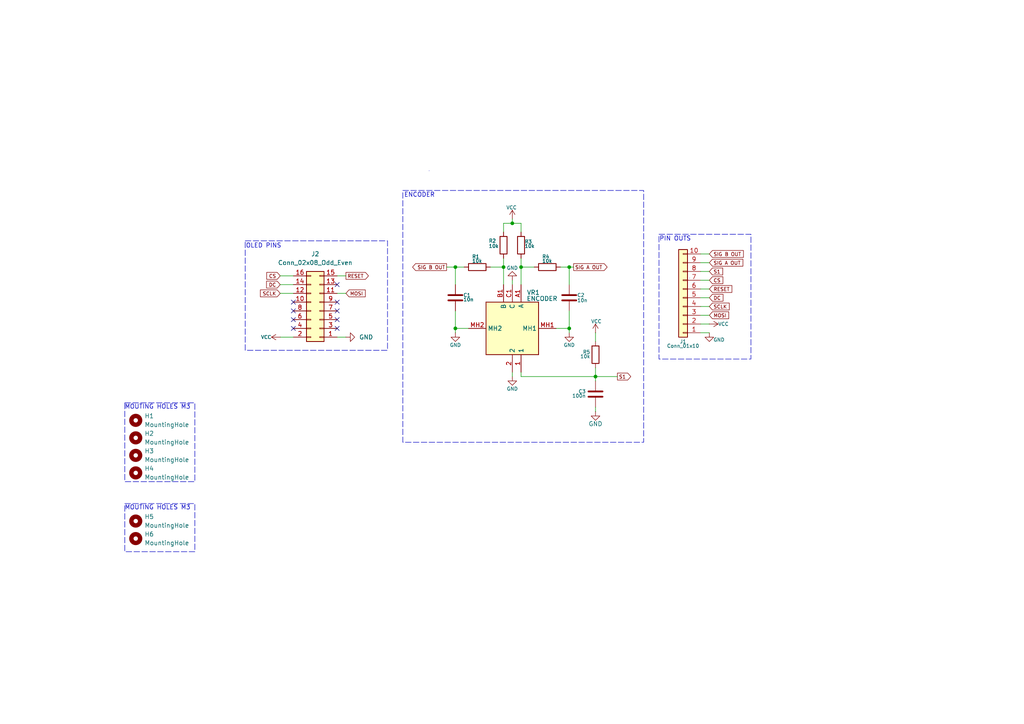
<source format=kicad_sch>
(kicad_sch (version 20231120) (generator "eeschema") (generator_version "8.0")
  (paper "A4")
  (lib_symbols
    (symbol "Connector_Generic:Conn_01x10" (pin_names (offset 1.016) hide)
      (property "Reference" "J" (at 0 12.7 0))
      (property "Value" "Conn_01x10" (at 0 -15.24 0))
      (symbol "Conn_01x10_1_1"
        (rectangle (start -1.27 -12.573) (end 0 -12.827) (stroke (width 0.1524)))
        (rectangle (start -1.27 -10.033) (end 0 -10.287) (stroke (width 0.1524)))
        (rectangle (start -1.27 -7.493) (end 0 -7.747) (stroke (width 0.1524)))
        (rectangle (start -1.27 -4.953) (end 0 -5.207) (stroke (width 0.1524)))
        (rectangle (start -1.27 -2.413) (end 0 -2.667) (stroke (width 0.1524)))
        (rectangle (start -1.27 0.127) (end 0 -0.127) (stroke (width 0.1524)))
        (rectangle (start -1.27 2.667) (end 0 2.413) (stroke (width 0.1524)))
        (rectangle (start -1.27 5.207) (end 0 4.953) (stroke (width 0.1524)))
        (rectangle (start -1.27 7.747) (end 0 7.493) (stroke (width 0.1524)))
        (rectangle (start -1.27 10.287) (end 0 10.033) (stroke (width 0.1524)))
        (rectangle (start -1.27 11.43) (end 1.27 -13.97) (stroke (width 0.254)) (fill (type background)))
        (pin passive line (at -5.08 10.16 0) (length 3.81) (name "Pin_1") (number "1"))
        (pin passive line (at -5.08 -12.7 0) (length 3.81) (name "Pin_10") (number "10"))
        (pin passive line (at -5.08 7.62 0) (length 3.81) (name "Pin_2") (number "2"))
        (pin passive line (at -5.08 5.08 0) (length 3.81) (name "Pin_3") (number "3"))
        (pin passive line (at -5.08 2.54 0) (length 3.81) (name "Pin_4") (number "4"))
        (pin passive line (at -5.08 0 0) (length 3.81) (name "Pin_5") (number "5"))
        (pin passive line (at -5.08 -2.54 0) (length 3.81) (name "Pin_6") (number "6"))
        (pin passive line (at -5.08 -5.08 0) (length 3.81) (name "Pin_7") (number "7"))
        (pin passive line (at -5.08 -7.62 0) (length 3.81) (name "Pin_8") (number "8"))
        (pin passive line (at -5.08 -10.16 0) (length 3.81) (name "Pin_9") (number "9"))
      )
    )
    (symbol "Connector_Generic:Conn_02x08_Odd_Even" (pin_names (offset 1.016) hide)
      (property "Reference" "J" (at 1.27 10.16 0))
      (property "Value" "Conn_02x08_Odd_Even" (at 1.27 -12.7 0))
      (symbol "Conn_02x08_Odd_Even_1_1"
        (rectangle (start -1.27 -10.033) (end 0 -10.287) (stroke (width 0.1524)))
        (rectangle (start -1.27 -7.493) (end 0 -7.747) (stroke (width 0.1524)))
        (rectangle (start -1.27 -4.953) (end 0 -5.207) (stroke (width 0.1524)))
        (rectangle (start -1.27 -2.413) (end 0 -2.667) (stroke (width 0.1524)))
        (rectangle (start -1.27 0.127) (end 0 -0.127) (stroke (width 0.1524)))
        (rectangle (start -1.27 2.667) (end 0 2.413) (stroke (width 0.1524)))
        (rectangle (start -1.27 5.207) (end 0 4.953) (stroke (width 0.1524)))
        (rectangle (start -1.27 7.747) (end 0 7.493) (stroke (width 0.1524)))
        (rectangle (start -1.27 8.89) (end 3.81 -11.43) (stroke (width 0.254)) (fill (type background)))
        (rectangle (start 3.81 -10.033) (end 2.54 -10.287) (stroke (width 0.1524)))
        (rectangle (start 3.81 -7.493) (end 2.54 -7.747) (stroke (width 0.1524)))
        (rectangle (start 3.81 -4.953) (end 2.54 -5.207) (stroke (width 0.1524)))
        (rectangle (start 3.81 -2.413) (end 2.54 -2.667) (stroke (width 0.1524)))
        (rectangle (start 3.81 0.127) (end 2.54 -0.127) (stroke (width 0.1524)))
        (rectangle (start 3.81 2.667) (end 2.54 2.413) (stroke (width 0.1524)))
        (rectangle (start 3.81 5.207) (end 2.54 4.953) (stroke (width 0.1524)))
        (rectangle (start 3.81 7.747) (end 2.54 7.493) (stroke (width 0.1524)))
        (pin passive line (at -5.08 7.62 0) (length 3.81) (name "Pin_1") (number "1"))
        (pin passive line (at 7.62 -2.54 180) (length 3.81) (name "Pin_10") (number "10"))
        (pin passive line (at -5.08 -5.08 0) (length 3.81) (name "Pin_11") (number "11"))
        (pin passive line (at 7.62 -5.08 180) (length 3.81) (name "Pin_12") (number "12"))
        (pin passive line (at -5.08 -7.62 0) (length 3.81) (name "Pin_13") (number "13"))
        (pin passive line (at 7.62 -7.62 180) (length 3.81) (name "Pin_14") (number "14"))
        (pin passive line (at -5.08 -10.16 0) (length 3.81) (name "Pin_15") (number "15"))
        (pin passive line (at 7.62 -10.16 180) (length 3.81) (name "Pin_16") (number "16"))
        (pin passive line (at 7.62 7.62 180) (length 3.81) (name "Pin_2") (number "2"))
        (pin passive line (at -5.08 5.08 0) (length 3.81) (name "Pin_3") (number "3"))
        (pin passive line (at 7.62 5.08 180) (length 3.81) (name "Pin_4") (number "4"))
        (pin passive line (at -5.08 2.54 0) (length 3.81) (name "Pin_5") (number "5"))
        (pin passive line (at 7.62 2.54 180) (length 3.81) (name "Pin_6") (number "6"))
        (pin passive line (at -5.08 0 0) (length 3.81) (name "Pin_7") (number "7"))
        (pin passive line (at 7.62 0 180) (length 3.81) (name "Pin_8") (number "8"))
        (pin passive line (at -5.08 -2.54 0) (length 3.81) (name "Pin_9") (number "9"))
      )
    )
    (symbol "Device:C" (pin_numbers hide) (pin_names (offset 0.254))
      (property "Reference" "C" (at 0.635 2.54 0))
      (property "Value" "C" (at 0.635 -2.54 0))
      (symbol "C_0_1"
        (polyline (pts (xy -2.032 -0.762) (xy 2.032 -0.762)) (stroke (width 0.508)))
        (polyline (pts (xy -2.032 0.762) (xy 2.032 0.762)) (stroke (width 0.508)))
      )
      (symbol "C_1_1"
        (pin passive line (at 0 3.81 270) (length 2.794) (name "~") (number "1"))
        (pin passive line (at 0 -3.81 90) (length 2.794) (name "~") (number "2"))
      )
    )
    (symbol "Device:R" (pin_numbers hide) (pin_names (offset 0))
      (property "Reference" "R" (at 2.032 0 90))
      (property "Value" "R" (at 0 0 90))
      (symbol "R_0_1"
        (rectangle (start -1.016 -2.54) (end 1.016 2.54) (stroke (width 0.254)))
      )
      (symbol "R_1_1"
        (pin passive line (at 0 3.81 270) (length 1.27) (name "~") (number "1"))
        (pin passive line (at 0 -3.81 90) (length 1.27) (name "~") (number "2"))
      )
    )
    (symbol "Mechanical:MountingHole" (pin_names (offset 1.016)) (exclude_from_sim yes) (in_bom no)
      (property "Reference" "H" (at 0 5.08 0))
      (property "Value" "MountingHole" (at 0 3.175 0))
      (symbol "MountingHole_0_1"
        (circle (center 0 0) (radius 1.27) (stroke (width 1.27)))
      )
    )
    (symbol "PEC11R-4220F-S0024:PEC11R-4220F-S0024"
      (property "Reference" "VR" (at 21.59 12.7 0))
      (property "Value" "PEC11R-4220F-S0024" (at 21.59 10.16 0))
      (symbol "PEC11R-4220F-S0024_1_1"
        (rectangle (start 5.08 7.62) (end 20.32 -7.62) (stroke (width 0.254)) (fill (type background)))
        (pin passive line (at 10.16 12.7 270) (length 5.08) (name "1") (number "1"))
        (pin passive line (at 12.7 12.7 270) (length 5.08) (name "2") (number "2"))
        (pin passive line (at 10.16 -12.7 90) (length 5.08) (name "A") (number "A1"))
        (pin passive line (at 15.24 -12.7 90) (length 5.08) (name "B") (number "B1"))
        (pin passive line (at 12.7 -12.7 90) (length 5.08) (name "C") (number "C1"))
        (pin passive line (at 0 0 0) (length 5.08) (name "MH1") (number "MH1"))
        (pin passive line (at 25.4 0 180) (length 5.08) (name "MH2") (number "MH2"))
      )
    )
    (symbol "power:GND" (power) (pin_numbers hide) (pin_names (offset 0) hide)
      (property "Value" "GND" (at 0 -3.81 0))
      (symbol "GND_0_1"
        (polyline (pts (xy 0 0) (xy 0 -1.27) (xy 1.27 -1.27) (xy 0 -2.54) (xy -1.27 -1.27) (xy 0 -1.27)))
      )
      (symbol "GND_1_1"
        (pin power_in line (at 0 0 270) (length 0) (name "~") (number "1"))
      )
    )
    (symbol "power:VCC" (power) (pin_numbers hide) (pin_names (offset 0) hide)
      (property "Value" "VCC" (at 0 3.556 0))
      (symbol "VCC_0_1"
        (polyline (pts (xy -0.762 1.27) (xy 0 2.54)))
        (polyline (pts (xy 0 0) (xy 0 2.54)))
        (polyline (pts (xy 0 2.54) (xy 0.762 1.27)))
      )
      (symbol "VCC_1_1"
        (pin power_in line (at 0 0 90) (length 0) (name "~") (number "1"))
      )
    )
  )
  (junction (at 132.08 95.25))
  (junction (at 148.59 64.77))
  (junction (at 151.13 77.47))
  (junction (at 132.08 77.47))
  (junction (at 165.1 77.47))
  (junction (at 165.1 95.25))
  (junction (at 146.05 77.47))
  (junction (at 172.72 109.22))
  (no_connect (at 97.79 90.17))
  (no_connect (at 85.09 92.71))
  (no_connect (at 97.79 87.63))
  (no_connect (at 85.09 87.63))
  (no_connect (at 85.09 95.25))
  (no_connect (at 97.79 92.71))
  (no_connect (at 97.79 95.25))
  (no_connect (at 85.09 90.17))
  (no_connect (at 97.79 82.55))
  (wire (pts (xy 172.72 106.68) (xy 172.72 109.22)))
  (wire (pts (xy 151.13 77.47) (xy 154.94 77.47)))
  (wire (pts (xy 203.2 88.9) (xy 205.74 88.9)))
  (wire (pts (xy 148.59 107.95) (xy 148.59 109.22)))
  (wire (pts (xy 100.33 80.01) (xy 97.79 80.01)))
  (wire (pts (xy 148.59 81.28) (xy 148.59 82.55)))
  (wire (pts (xy 81.28 85.09) (xy 85.09 85.09)))
  (wire (pts (xy 151.13 107.95) (xy 151.13 109.22)))
  (wire (pts (xy 132.08 95.25) (xy 132.08 96.52)))
  (wire (pts (xy 203.2 83.82) (xy 205.74 83.82)))
  (wire (pts (xy 203.2 78.74) (xy 205.74 78.74)))
  (wire (pts (xy 146.05 64.77) (xy 148.59 64.77)))
  (wire (pts (xy 146.05 64.77) (xy 146.05 67.31)))
  (wire (pts (xy 179.07 109.22) (xy 172.72 109.22)))
  (wire (pts (xy 203.2 81.28) (xy 205.74 81.28)))
  (wire (pts (xy 146.05 74.93) (xy 146.05 77.47)))
  (wire (pts (xy 132.08 77.47) (xy 132.08 82.55)))
  (wire (pts (xy 151.13 82.55) (xy 151.13 77.47)))
  (wire (pts (xy 97.79 97.79) (xy 100.33 97.79)))
  (wire (pts (xy 132.08 95.25) (xy 135.89 95.25)))
  (wire (pts (xy 97.79 85.09) (xy 100.33 85.09)))
  (wire (pts (xy 203.2 91.44) (xy 205.74 91.44)))
  (wire (pts (xy 81.28 97.79) (xy 85.09 97.79)))
  (wire (pts (xy 81.28 82.55) (xy 85.09 82.55)))
  (wire (pts (xy 172.72 109.22) (xy 172.72 110.49)))
  (wire (pts (xy 146.05 77.47) (xy 146.05 82.55)))
  (wire (pts (xy 148.59 63.5) (xy 148.59 64.77)))
  (wire (pts (xy 162.56 77.47) (xy 165.1 77.47)))
  (wire (pts (xy 165.1 90.17) (xy 165.1 95.25)))
  (wire (pts (xy 132.08 90.17) (xy 132.08 95.25)))
  (wire (pts (xy 132.08 77.47) (xy 134.62 77.47)))
  (wire (pts (xy 165.1 95.25) (xy 161.29 95.25)))
  (wire (pts (xy 129.54 77.47) (xy 132.08 77.47)))
  (wire (pts (xy 151.13 64.77) (xy 151.13 67.31)))
  (wire (pts (xy 165.1 77.47) (xy 166.37 77.47)))
  (wire (pts (xy 203.2 76.2) (xy 205.74 76.2)))
  (wire (pts (xy 165.1 95.25) (xy 165.1 96.52)))
  (wire (pts (xy 151.13 109.22) (xy 172.72 109.22)))
  (wire (pts (xy 151.13 74.93) (xy 151.13 77.47)))
  (wire (pts (xy 203.2 86.36) (xy 205.74 86.36)))
  (wire (pts (xy 148.59 64.77) (xy 151.13 64.77)))
  (wire (pts (xy 203.2 73.66) (xy 205.74 73.66)))
  (wire (pts (xy 142.24 77.47) (xy 146.05 77.47)))
  (wire (pts (xy 172.72 96.52) (xy 172.72 99.06)))
  (wire (pts (xy 165.1 77.47) (xy 165.1 82.55)))
  (wire (pts (xy 172.72 119.38) (xy 172.72 118.11)))
  (wire (pts (xy 203.2 96.52) (xy 205.74 96.52)))
  (wire (pts (xy 81.28 80.01) (xy 85.09 80.01)))
  (wire (pts (xy 203.2 93.98) (xy 205.74 93.98)))
  (rectangle (start 71.12 69.85) (end 112.395 101.6) (stroke (width 0) (type dash)))
  (rectangle (start 191.135 67.945) (end 217.805 104.14) (stroke (width 0) (type dash)))
  (rectangle (start 200.025 80.645) (end 200.025 80.645))
  (rectangle (start 116.84 55.245) (end 186.69 128.27) (stroke (width 0) (type dash)))
  (rectangle (start 36.195 146.05) (end 56.515 160.02) (stroke (width 0) (type dash)))
  (rectangle (start 124.46 49.53) (end 124.46 49.53))
  (rectangle (start 201.295 81.915) (end 201.295 81.915))
  (rectangle (start 36.195 116.84) (end 56.515 139.7) (stroke (width 0) (type dash)))
  (text "OLED PINS\n" (at 76.454 71.374 0) (effects (font (size 1.27 1.27))))
  (text "MOUTING HOLES M3\n\n" (at 45.72 119.126 0) (effects (font (size 1.27 1.27))))
  (text "MOUTING HOLES M3\n\n" (at 45.72 148.336 0) (effects (font (size 1.27 1.27))))
  (text "PIN OUTS" (at 195.834 69.342 0) (effects (font (size 1.27 1.27))))
  (text "ENCODER\n" (at 121.666 56.642 0) (effects (font (size 1.27 1.27))))
  (global_label "S1" (shape output) (at 179.07 109.22 0) (effects (font (size 1.016 1.016))) (property "Intersheetrefs" "${INTERSHEET_REFS}" (effects (hide yes))))
  (global_label "MOSI" (shape input) (at 100.33 85.09 0) (effects (font (size 1.016 1.016))) (property "Intersheetrefs" "${INTERSHEET_REFS}" (effects (hide yes))))
  (global_label "MOSI" (shape input) (at 205.74 91.44 0) (effects (font (size 1.016 1.016))) (property "Intersheetrefs" "${INTERSHEET_REFS}" (effects (hide yes))))
  (global_label "DC" (shape input) (at 81.28 82.55 180) (effects (font (size 1.016 1.016))) (property "Intersheetrefs" "${INTERSHEET_REFS}" (effects (hide yes))))
  (global_label "CS" (shape input) (at 81.28 80.01 180) (effects (font (size 1.016 1.016))) (property "Intersheetrefs" "${INTERSHEET_REFS}" (effects (hide yes))))
  (global_label "SIG B OUT" (shape output) (at 129.54 77.47 180) (effects (font (size 1.016 1.016))) (property "Intersheetrefs" "${INTERSHEET_REFS}" (effects (hide yes))))
  (global_label "SCLK" (shape input) (at 205.74 88.9 0) (effects (font (size 1.016 1.016))) (property "Intersheetrefs" "${INTERSHEET_REFS}" (effects (hide yes))))
  (global_label "DC" (shape input) (at 205.74 86.36 0) (effects (font (size 1.016 1.016))) (property "Intersheetrefs" "${INTERSHEET_REFS}" (effects (hide yes))))
  (global_label "S1" (shape input) (at 205.74 78.74 0) (effects (font (size 1.016 1.016))) (property "Intersheetrefs" "${INTERSHEET_REFS}" (effects (hide yes))))
  (global_label "SIG B OUT" (shape input) (at 205.74 73.66 0) (effects (font (size 1.016 1.016))) (property "Intersheetrefs" "${INTERSHEET_REFS}" (effects (hide yes))))
  (global_label "SIG A OUT" (shape input) (at 205.74 76.2 0) (effects (font (size 1.016 1.016))) (property "Intersheetrefs" "${INTERSHEET_REFS}" (effects (hide yes))))
  (global_label "CS" (shape input) (at 205.74 81.28 0) (effects (font (size 1.016 1.016))) (property "Intersheetrefs" "${INTERSHEET_REFS}" (effects (hide yes))))
  (global_label "SIG A OUT" (shape output) (at 166.37 77.47 0) (effects (font (size 1.016 1.016))) (property "Intersheetrefs" "${INTERSHEET_REFS}" (effects (hide yes))))
  (global_label "SCLK" (shape input) (at 81.28 85.09 180) (effects (font (size 1.016 1.016))) (property "Intersheetrefs" "${INTERSHEET_REFS}" (effects (hide yes))))
  (global_label "RESET" (shape output) (at 100.33 80.01 0) (effects (font (size 1.016 1.016))) (property "Intersheetrefs" "${INTERSHEET_REFS}" (effects (hide yes))))
  (global_label "RESET" (shape input) (at 205.74 83.82 0) (effects (font (size 1.016 1.016))) (property "Intersheetrefs" "${INTERSHEET_REFS}" (effects (hide yes))))
  (symbol (lib_id "Mechanical:MountingHole") (at 39.37 121.92 0) (unit 1) (exclude_from_sim yes) (in_bom no)
    (property "Reference" "H1" (at 41.91 120.6499 0) (effects (justify left)))
    (property "Value" "MountingHole" (at 41.91 123.1899 0) (effects (justify left)))
    (property "Footprint" "MountingHole:MountingHole_3.2mm_M3" (effects (hide yes)))
    (property "Description" "Mounting Hole without connection" (effects (hide yes)))
  )
  (symbol (lib_id "power:GND") (at 165.1 96.52 0) (unit 1)
    (property "Reference" "#PWR05" (effects (hide yes)))
    (property "Value" "GND" (at 165.1 100.076 0) (effects (font (size 1.016 1.016))))
    (property "Description" "Power symbol creates a global label with name \"GND\" , ground" (effects (hide yes)))
  )
  (symbol (lib_id "power:VCC") (at 172.72 96.52 0) (mirror y) (unit 1)
    (property "Reference" "#PWR06" (effects (hide yes)))
    (property "Value" "VCC" (at 174.498 93.218 0) (effects (font (size 1.016 1.016)) (justify left)))
    (property "Description" "Power symbol creates a global label with name \"VCC\"" (effects (hide yes)))
  )
  (symbol (lib_id "power:GND") (at 172.72 119.38 0) (mirror y) (unit 1)
    (property "Reference" "#PWR07" (effects (hide yes)))
    (property "Value" "GND" (at 172.72 122.936 0))
    (property "Description" "Power symbol creates a global label with name \"GND\" , ground" (effects (hide yes)))
  )
  (symbol (lib_id "power:GND") (at 205.74 96.52 0) (unit 1)
    (property "Reference" "#PWR09" (effects (hide yes)))
    (property "Value" "GND" (at 208.534 98.552 0) (effects (font (size 1.016 1.016))))
    (property "Description" "Power symbol creates a global label with name \"GND\" , ground" (effects (hide yes)))
  )
  (symbol (lib_id "Device:C") (at 172.72 114.3 0) (mirror y) (unit 1)
    (property "Reference" "C3" (at 169.926 113.538 0) (effects (font (size 1.016 1.016)) (justify left)))
    (property "Value" "100n" (at 169.926 114.808 0) (effects (font (size 1.016 1.016)) (justify left)))
    (property "Footprint" "Capacitor_SMD:C_0402_1005Metric" (effects (hide yes)))
    (property "Description" "Unpolarized capacitor" (effects (hide yes)))
  )
  (symbol (lib_id "PEC11R-4220F-S0024:PEC11R-4220F-S0024") (at 161.29 95.25 180) (unit 1)
    (property "Reference" "VR1" (at 154.686 84.836 0))
    (property "Value" "ENCODER" (at 157.226 86.614 0))
    (property "Footprint" "PEC11R4220FS0024" (effects (hide yes)))
    (property "Datasheet" "https://www.bourns.com/docs/Product-Datasheets/PEC11R.pdf" (effects (hide yes)))
    (property "Description" "Bourns 24 Pulse Incremental Mechanical Rotary Encoder with a 6 mm Flat Shaft (Not Indexed), Through Hole" (effects (hide yes)))
    (property "Height" "27.5" (effects (hide yes)))
    (property "Mouser Part Number" "652-PEC11R-4220F-S24" (effects (hide yes)))
    (property "Mouser Price/Stock" "https://www.mouser.co.uk/ProductDetail/Bourns/PEC11R-4220F-S0024?qs=Zq5ylnUbLm6NGsQdib%2Ffbw%3D%3D" (effects (hide yes)))
    (property "Manufacturer_Name" "Bourns" (effects (hide yes)))
    (property "Manufacturer_Part_Number" "PEC11R-4220F-S0024" (effects (hide yes)))
  )
  (symbol (lib_id "Mechanical:MountingHole") (at 39.37 137.16 0) (unit 1) (exclude_from_sim yes) (in_bom no)
    (property "Reference" "H4" (at 41.91 135.8899 0) (effects (justify left)))
    (property "Value" "MountingHole" (at 41.91 138.4299 0) (effects (justify left)))
    (property "Footprint" "MountingHole:MountingHole_3.2mm_M3" (effects (hide yes)))
    (property "Description" "Mounting Hole without connection" (effects (hide yes)))
  )
  (symbol (lib_id "power:GND") (at 148.59 109.22 0) (unit 1)
    (property "Reference" "#PWR04" (effects (hide yes)))
    (property "Value" "GND" (at 148.59 112.776 0) (effects (font (size 1.016 1.016))))
    (property "Description" "Power symbol creates a global label with name \"GND\" , ground" (effects (hide yes)))
  )
  (symbol (lib_id "Device:R") (at 172.72 102.87 0) (mirror y) (unit 1)
    (property "Reference" "R5" (at 171.196 102.108 0) (effects (font (size 1.016 1.016)) (justify left)))
    (property "Value" "10k" (at 171.196 103.378 0) (effects (font (size 1.016 1.016)) (justify left)))
    (property "Footprint" "Resistor_SMD:R_0402_1005Metric" (effects (hide yes)))
    (property "Description" "Resistor" (effects (hide yes)))
  )
  (symbol (lib_id "Mechanical:MountingHole") (at 39.37 132.08 0) (unit 1) (exclude_from_sim yes) (in_bom no)
    (property "Reference" "H3" (at 41.91 130.8099 0) (effects (justify left)))
    (property "Value" "MountingHole" (at 41.91 133.3499 0) (effects (justify left)))
    (property "Footprint" "MountingHole:MountingHole_3.2mm_M3" (effects (hide yes)))
    (property "Description" "Mounting Hole without connection" (effects (hide yes)))
  )
  (symbol (lib_id "Connector_Generic:Conn_02x08_Odd_Even") (at 92.71 90.17 180) (unit 1)
    (property "Reference" "J2" (at 91.44 73.66 0))
    (property "Value" "Conn_02x08_Odd_Even" (at 91.44 76.2 0))
    (property "Footprint" "Connector_PinSocket_2.54mm:PinSocket_2x08_P2.54mm_Vertical" (effects (hide yes)))
    (property "Description" "Generic connector, double row, 02x08, odd/even pin numbering scheme (row 1 odd numbers, row 2 even numbers), script generated (kicad-library-utils/schlib/autogen/connector/)" (effects (hide yes)))
  )
  (symbol (lib_id "power:VCC") (at 205.74 93.98 270) (unit 1)
    (property "Reference" "#PWR011" (effects (hide yes)))
    (property "Value" "VCC" (at 208.28 93.98 90) (effects (font (size 1.016 1.016)) (justify left)))
    (property "Description" "Power symbol creates a global label with name \"VCC\"" (effects (hide yes)))
  )
  (symbol (lib_id "power:VCC") (at 81.28 97.79 90) (unit 1)
    (property "Reference" "#PWR010" (effects (hide yes)))
    (property "Value" "VCC" (at 78.74 97.79 90) (effects (font (size 1.016 1.016)) (justify left)))
    (property "Description" "Power symbol creates a global label with name \"VCC\"" (effects (hide yes)))
  )
  (symbol (lib_id "Device:C") (at 165.1 86.36 0) (unit 1)
    (property "Reference" "C2" (at 167.386 85.598 0) (effects (font (size 1.016 1.016)) (justify left)))
    (property "Value" "10n" (at 167.386 87.122 0) (effects (font (size 1.016 1.016)) (justify left)))
    (property "Footprint" "Capacitor_SMD:C_0402_1005Metric" (effects (hide yes)))
    (property "Description" "Unpolarized capacitor" (effects (hide yes)))
  )
  (symbol (lib_id "Mechanical:MountingHole") (at 39.37 127 0) (unit 1) (exclude_from_sim yes) (in_bom no)
    (property "Reference" "H2" (at 41.91 125.7299 0) (effects (justify left)))
    (property "Value" "MountingHole" (at 41.91 128.2699 0) (effects (justify left)))
    (property "Footprint" "MountingHole:MountingHole_3.2mm_M3" (effects (hide yes)))
    (property "Description" "Mounting Hole without connection" (effects (hide yes)))
  )
  (symbol (lib_id "Device:R") (at 151.13 71.12 0) (unit 1)
    (property "Reference" "R3" (at 152.146 70.104 0) (effects (font (size 1.016 1.016)) (justify left)))
    (property "Value" "10k" (at 152.146 71.374 0) (effects (font (size 1.016 1.016)) (justify left)))
    (property "Footprint" "Resistor_SMD:R_0402_1005Metric" (effects (hide yes)))
    (property "Description" "Resistor" (effects (hide yes)))
  )
  (symbol (lib_id "power:VCC") (at 148.59 63.5 0) (unit 1)
    (property "Reference" "#PWR02" (effects (hide yes)))
    (property "Value" "VCC" (at 146.812 60.198 0) (effects (font (size 1.016 1.016)) (justify left)))
    (property "Description" "Power symbol creates a global label with name \"VCC\"" (effects (hide yes)))
  )
  (symbol (lib_id "power:GND") (at 132.08 96.52 0) (unit 1)
    (property "Reference" "#PWR01" (effects (hide yes)))
    (property "Value" "GND" (at 132.08 100.076 0) (effects (font (size 1.016 1.016))))
    (property "Description" "Power symbol creates a global label with name \"GND\" , ground" (effects (hide yes)))
  )
  (symbol (lib_id "Device:R") (at 158.75 77.47 270) (unit 1)
    (property "Reference" "R4" (at 157.226 74.422 90) (effects (font (size 1.016 1.016)) (justify left)))
    (property "Value" "10k" (at 157.226 75.692 90) (effects (font (size 1.016 1.016)) (justify left)))
    (property "Footprint" "Resistor_SMD:R_0402_1005Metric" (effects (hide yes)))
    (property "Description" "Resistor" (effects (hide yes)))
  )
  (symbol (lib_id "power:GND") (at 148.59 81.28 180) (unit 1)
    (property "Reference" "#PWR03" (effects (hide yes)))
    (property "Value" "GND" (at 148.59 77.724 0) (effects (font (size 1.016 1.016))))
    (property "Description" "Power symbol creates a global label with name \"GND\" , ground" (effects (hide yes)))
  )
  (symbol (lib_id "Device:C") (at 132.08 86.36 0) (unit 1)
    (property "Reference" "C1" (at 134.366 85.598 0) (effects (font (size 1.016 1.016)) (justify left)))
    (property "Value" "10n" (at 134.366 86.868 0) (effects (font (size 1.016 1.016)) (justify left)))
    (property "Footprint" "Capacitor_SMD:C_0402_1005Metric" (effects (hide yes)))
    (property "Description" "Unpolarized capacitor" (effects (hide yes)))
  )
  (symbol (lib_id "Connector_Generic:Conn_01x10") (at 198.12 86.36 180) (unit 1)
    (property "Reference" "J1" (at 198.12 99.06 0) (effects (font (size 1.016 1.016))))
    (property "Value" "Conn_01x10" (at 198.12 100.33 0) (effects (font (size 1.016 1.016))))
    (property "Footprint" "Connector_PinHeader_2.00mm:PinHeader_1x10_P2.00mm_Vertical" (effects (hide yes)))
    (property "Description" "Generic connector, single row, 01x10, script generated (kicad-library-utils/schlib/autogen/connector/)" (effects (hide yes)))
  )
  (symbol (lib_id "Device:R") (at 138.43 77.47 270) (unit 1)
    (property "Reference" "R1" (at 136.906 74.422 90) (effects (font (size 1.016 1.016)) (justify left)))
    (property "Value" "10k" (at 136.906 75.692 90) (effects (font (size 1.016 1.016)) (justify left)))
    (property "Footprint" "Resistor_SMD:R_0402_1005Metric" (effects (hide yes)))
    (property "Description" "Resistor" (effects (hide yes)))
  )
  (symbol (lib_id "Device:R") (at 146.05 71.12 0) (unit 1)
    (property "Reference" "R2" (at 141.732 69.85 0) (effects (font (size 1.016 1.016)) (justify left)))
    (property "Value" "10k" (at 141.732 71.374 0) (effects (font (size 1.016 1.016)) (justify left)))
    (property "Footprint" "Resistor_SMD:R_0402_1005Metric" (effects (hide yes)))
    (property "Description" "Resistor" (effects (hide yes)))
  )
  (symbol (lib_id "Mechanical:MountingHole") (at 39.37 156.21 0) (unit 1) (exclude_from_sim yes) (in_bom no)
    (property "Reference" "H6" (at 41.91 154.9399 0) (effects (justify left)))
    (property "Value" "MountingHole" (at 41.91 157.4799 0) (effects (justify left)))
    (property "Footprint" "MountingHole:MountingHole_3.2mm_M3" (effects (hide yes)))
    (property "Description" "Mounting Hole without connection" (effects (hide yes)))
  )
  (symbol (lib_id "power:GND") (at 100.33 97.79 90) (unit 1)
    (property "Reference" "#PWR08" (effects (hide yes)))
    (property "Value" "GND" (at 104.14 97.7899 90) (effects (justify right)))
    (property "Description" "Power symbol creates a global label with name \"GND\" , ground" (effects (hide yes)))
  )
  (symbol (lib_id "Mechanical:MountingHole") (at 39.37 151.13 0) (unit 1) (exclude_from_sim yes) (in_bom no)
    (property "Reference" "H5" (at 41.91 149.8599 0) (effects (justify left)))
    (property "Value" "MountingHole" (at 41.91 152.3999 0) (effects (justify left)))
    (property "Footprint" "MountingHole:MountingHole_3.2mm_M3" (effects (hide yes)))
    (property "Description" "Mounting Hole without connection" (effects (hide yes)))
  )
)
</source>
